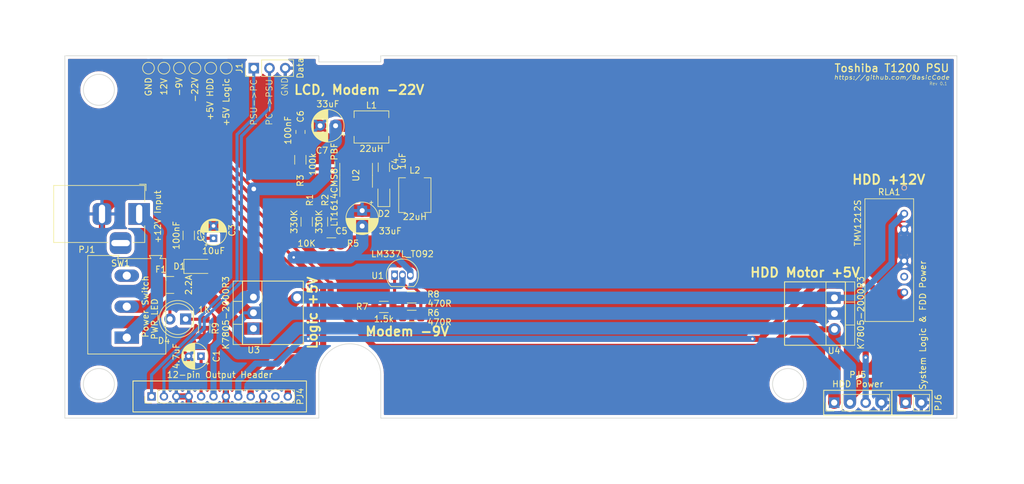
<source format=kicad_pcb>
(kicad_pcb (version 20211014) (generator pcbnew)
  (layers (0 "F.Cu" signal) (31 "B.Cu" signal) (34 "B.Paste" user) (35 "F.Paste" user) (36 "B.SilkS" user "B.Silkscreen") (37 "F.SilkS" user "F.Silkscreen") (38 "B.Mask" user) (39 "F.Mask" user) (44 "Edge.Cuts" user))
  (net 0 "")
  (net 1 "Net-(C1-Pad1)")
  (net 2 "GND")
  (net 3 "+5V")
  (net 4 "-9V")
  (net 6 "+12V")
  (net 7 "Net-(C4-Pad1)")
  (net 8 "Net-(C4-Pad2)")
  (net 9 "Net-(PJ1-Pad1)")
  (net 10 "Net-(F1-Pad1)")
  (net 11 "Net-(R3-Pad2)")
  (net 12 "Net-(R6-Pad2)")
  (net 15 "Net-(R1-Pad2)")
  (net 16 "-22V")
  (net 17 "+5V_HDD")
  (net 19 "VCC")
  (net 20 "Net-(J1-Pad2)")
  (net 21 "Net-(J1-Pad1)")
  (net 22 "Net-(D4-Pad1)")
  (net 23 "Net-(C6-Pad1)")
  (footprint "Capacitor_THT:CP_Radial_D5.0mm_P2.50mm" (layer "F.Cu") (at 60 37 -90)
    (fp_text reference "C5" (at 3.3 3.345) (layer "F.SilkS"))
    (fp_text value "33uF" (at 3.3 -4.52) (layer "F.SilkS"))
    (pad "1" thru_hole rect (at 0 0 270) (size 1.6 1.6) (drill 0.8) (layers *.Cu *.Mask) (net 2 "GND"))
    (pad "2" thru_hole circle (at 2.5 0 270) (size 1.6 1.6) (drill 0.8) (layers *.Cu *.Mask) (net 16 "-22V"))
  )
  (footprint "Resistor_SMD:R_1206_3216Metric" (layer "F.Cu") (at 50.02 28.8 -90)
    (fp_text reference "R3" (at 3.365 0 90) (layer "F.SilkS"))
    (fp_text value "100k" (at 0.727064 -2 90) (layer "F.SilkS"))
    (pad "1" smd roundrect (at -1.4625 0 270) (size 1.125 1.75) (layers "F.Cu" "F.Paste" "F.Mask") (roundrect_rratio 0.2222222222) (net 23 "Net-(C6-Pad1)"))
    (pad "2" smd roundrect (at 1.4625 0 270) (size 1.125 1.75) (layers "F.Cu" "F.Paste" "F.Mask") (roundrect_rratio 0.2222222222) (net 11 "Net-(R3-Pad2)"))
  )
  (footprint "Resistor_SMD:R_1206_3216Metric" (layer "F.Cu") (at 34.5 56 -90)
    (fp_text reference "R9" (at 0 -1.82 -90) (layer "F.SilkS"))
    (fp_text value "1K" (at -3 0) (layer "F.SilkS"))
    (pad "1" smd roundrect (at -1.4625 0 270) (size 1.125 1.75) (layers "F.Cu" "F.Paste" "F.Mask") (roundrect_rratio 0.2222222222) (net 22 "Net-(D4-Pad1)"))
    (pad "2" smd roundrect (at 1.4625 0 270) (size 1.125 1.75) (layers "F.Cu" "F.Paste" "F.Mask") (roundrect_rratio 0.2222222222) (net 2 "GND"))
  )
  (footprint "TerminalBlock:TerminalBlock_Altech_AK300-3_P5.00mm" (layer "F.Cu") (at 22 57.5 90)
    (fp_text reference "SW1" (at 12 -1) (layer "F.SilkS"))
    (fp_text value "Power Switch" (at 5 3 90) (layer "F.SilkS"))
    (pad "1" thru_hole rect (at 0 0 90) (size 1.98 3.96) (drill 1.32) (layers *.Cu *.Mask) (net 9 "Net-(PJ1-Pad1)"))
    (pad "2" thru_hole oval (at 5 0 90) (size 1.98 3.96) (drill 1.32) (layers *.Cu *.Mask) (net 10 "Net-(F1-Pad1)"))
    (pad "3" thru_hole oval (at 10 0 90) (size 1.98 3.96) (drill 1.32) (layers *.Cu *.Mask))
  )
  (footprint "Resistor_SMD:R_1206_3216Metric" (layer "F.Cu") (at 68 54 180)
    (fp_text reference "R6" (at -3.5 0.5) (layer "F.SilkS"))
    (fp_text value "470R" (at -4.5 -1) (layer "F.SilkS"))
    (pad "1" smd roundrect (at -1.4625 0 180) (size 1.125 1.75) (layers "F.Cu" "F.Paste" "F.Mask") (roundrect_rratio 0.2222222222) (net 4 "-9V"))
    (pad "2" smd roundrect (at 1.4625 0 180) (size 1.125 1.75) (layers "F.Cu" "F.Paste" "F.Mask") (roundrect_rratio 0.2222222222) (net 12 "Net-(R6-Pad2)"))
  )
  (footprint "LED_THT:LED_D5.0mm" (layer "F.Cu") (at 31.5 54.5 180)
    (fp_text reference "D4" (at 3.5 -3.5) (layer "F.SilkS"))
    (fp_text value "PWR_LED" (at 5 0 90) (layer "F.SilkS"))
    (pad "1" thru_hole rect (at 0 0 180) (size 1.8 1.8) (drill 0.9) (layers *.Cu *.Mask) (net 22 "Net-(D4-Pad1)"))
    (pad "2" thru_hole circle (at 2.54 0 180) (size 1.8 1.8) (drill 0.9) (layers *.Cu *.Mask) (net 19 "VCC"))
  )
  (footprint "Diode_SMD:D_0805_2012Metric_Pad1.15x1.40mm_HandSolder" (layer "F.Cu") (at 63.5 34.5 90)
    (fp_text reference "D2" (at -3 0 180) (layer "F.SilkS"))
    (fp_text value "D_Schottky")
    (pad "1" smd roundrect (at -1.025 0 90) (size 1.15 1.4) (layers "F.Cu" "F.Paste" "F.Mask") (roundrect_rratio 0.2173913043) (net 2 "GND"))
    (pad "2" smd roundrect (at 1.025 0 90) (size 1.15 1.4) (layers "F.Cu" "F.Paste" "F.Mask") (roundrect_rratio 0.2173913043) (net 8 "Net-(C4-Pad2)"))
  )
  (footprint "text_only:text_only" (layer "F.Cu") (at 145.5 13)
    (fp_text reference "T2")
    (fp_text value "Toshiba T1200 PSU" (at 0 1 unlocked) (layer "F.SilkS") (effects (font (size 1.25 1.25) (thickness 0.2))))
  )
  (footprint "Capacitor_SMD:C_1206_3216Metric" (layer "F.Cu") (at 63.5 30 -90)
    (fp_text reference "C4" (at -0.5 -1.85 90) (layer "F.SilkS"))
    (fp_text value "1uF" (at -1 -3 90) (layer "F.SilkS"))
    (pad "1" smd roundrect (at -1.475 0 270) (size 1.15 1.8) (layers "F.Cu" "F.Paste" "F.Mask") (roundrect_rratio 0.2173913043) (net 7 "Net-(C4-Pad1)"))
    (pad "2" smd roundrect (at 1.475 0 270) (size 1.15 1.8) (layers "F.Cu" "F.Paste" "F.Mask") (roundrect_rratio 0.2173913043) (net 8 "Net-(C4-Pad2)"))
  )
  (footprint "text_only:text_only" (layer "F.Cu") (at 153 15.5)
    (fp_text reference "T1")
    (fp_text value "Rev 0.1" (at 0 1 unlocked) (layer "F.SilkS") (effects (font (size 0.5 0.5) (thickness 0.05))))
  )
  (footprint "Capacitor_THT:CP_Radial_D4.0mm_P2.00mm" (layer "F.Cu") (at 33.9726 60.5 180)
    (fp_text reference "C1" (at -2.5 0 90) (layer "F.SilkS"))
    (fp_text value "4.7uF" (at 3.9726 0 90) (layer "F.SilkS"))
    (pad "1" thru_hole rect (at 0 0 180) (size 1.2 1.2) (drill 0.6) (layers *.Cu *.Mask) (net 1 "Net-(C1-Pad1)"))
    (pad "2" thru_hole circle (at 2 0 180) (size 1.2 1.2) (drill 0.6) (layers *.Cu *.Mask) (net 2 "GND"))
  )
  (footprint "Connector_PinHeader_2.00mm:PinHeader_1x12_P2.00mm_Vertical" (layer "F.Cu") (at 26 67 90)
    (fp_text reference "PJ4" (at 0 24 270) (layer "F.SilkS"))
    (fp_text value "12-pin Output Header" (at 3.5 11 180) (layer "F.SilkS"))
    (pad "1" thru_hole rect (at 0 0 90) (size 1.35 1.35) (drill 0.8) (layers *.Cu *.Mask) (net 21 "Net-(J1-Pad1)"))
    (pad "2" thru_hole oval (at 0 2 90) (size 1.35 1.35) (drill 0.8) (layers *.Cu *.Mask) (net 20 "Net-(J1-Pad2)"))
    (pad "3" thru_hole oval (at 0 4 90) (size 1.35 1.35) (drill 0.8) (layers *.Cu *.Mask) (net 2 "GND"))
    (pad "4" thru_hole oval (at 0 6 90) (size 1.35 1.35) (drill 0.8) (layers *.Cu *.Mask) (net 2 "GND"))
    (pad "5" thru_hole oval (at 0 8 90) (size 1.35 1.35) (drill 0.8) (layers *.Cu *.Mask) (net 1 "Net-(C1-Pad1)"))
    (pad "6" thru_hole oval (at 0 10 90) (size 1.35 1.35) (drill 0.8) (layers *.Cu *.Mask) (net 3 "+5V"))
    (pad "7" thru_hole oval (at 0 12 90) (size 1.35 1.35) (drill 0.8) (layers *.Cu *.Mask) (net 2 "GND"))
    (pad "8" thru_hole oval (at 0 14 90) (size 1.35 1.35) (drill 0.8) (layers *.Cu *.Mask) (net 6 "+12V"))
    (pad "9" thru_hole oval (at 0 16 90) (size 1.35 1.35) (drill 0.8) (layers *.Cu *.Mask) (net 4 "-9V"))
    (pad "10" thru_hole oval (at 0 18 90) (size 1.35 1.35) (drill 0.8) (layers *.Cu *.Mask) (net 2 "GND"))
    (pad "11" thru_hole oval (at 0 20 90) (size 1.35 1.35) (drill 0.8) (layers *.Cu *.Mask))
    (pad "12" thru_hole oval (at 0 22 90) (size 1.35 1.35) (drill 0.8) (layers *.Cu *.Mask) (net 16 "-22V"))
  )
  (footprint "TestPoint:TestPoint_Pad_D1.5mm" (layer "F.Cu") (at 28 14)
    (fp_text reference "TP1" hide)
    (fp_text value "12V" (at 0 3 90) (layer "F.SilkS"))
    (pad "1" smd circle (at 0 0) (size 1.5 1.5) (layers "F.Cu" "F.Mask") (net 6 "+12V"))
  )
  (footprint "TestPoint:TestPoint_Pad_D1.5mm" (layer "F.Cu") (at 33 14)
    (fp_text reference "TP4" hide)
    (fp_text value "-22V" (at 0 3.5 90) (layer "F.SilkS"))
    (pad "1" smd circle (at 0 0) (size 1.5 1.5) (layers "F.Cu" "F.Mask") (net 16 "-22V"))
  )
  (footprint "TestPoint:TestPoint_Pad_D1.5mm" (layer "F.Cu") (at 35.55 14)
    (fp_text reference "TP2" hide)
    (fp_text value "+5V HDD" (at -0.1 5 90) (layer "F.SilkS"))
    (pad "1" smd circle (at 0 0) (size 1.5 1.5) (layers "F.Cu" "F.Mask") (net 17 "+5V_HDD"))
  )
  (footprint "Connector_BarrelJack:BarrelJack_Horizontal" (layer "F.Cu") (at 24 37.5425)
    (fp_text reference "PJ1" (at -8.45 5.75) (layer "F.SilkS"))
    (fp_text value "+12V Input" (at 3 0.4575 90) (layer "F.SilkS"))
    (pad "1" thru_hole rect (at 0 0) (size 3.5 3.5) (drill oval 1 3) (layers *.Cu *.Mask) (net 9 "Net-(PJ1-Pad1)"))
    (pad "2" thru_hole roundrect (at -6 0) (size 3 3.5) (drill oval 1 3) (layers *.Cu *.Mask) (net 2 "GND"))
    (pad "3" thru_hole roundrect (at -3 4.7) (size 3.5 3.5) (drill oval 3 1) (layers *.Cu *.Mask))
  )
  (footprint "text_only:text_only" (layer "F.Cu") (at 145.5 14.5)
    (fp_text reference "T3")
    (fp_text value "https://github.com/BasicCode" (at 0 1 unlocked) (layer "F.SilkS") (effects (font (size 0.67 0.8) (thickness 0.1) italic)))
  )
  (footprint "TMH1212S:TMH1212S" (layer "F.Cu") (at 147.5 37.5 -90)
    (fp_text reference "RLA1" (at -3.5 2.413 180) (layer "F.SilkS"))
    (fp_text value "TMV1212S" (at 1.5 7.5 90) (layer "F.SilkS"))
    (pad "1" thru_hole circle locked (at 0 0 270) (size 1.27 1.27) (drill 0.762) (layers *.Cu *.Mask) (net 19 "VCC"))
    (pad "2" thru_hole circle locked (at 2.54 0 270) (size 1.27 1.27) (drill 0.762) (layers *.Cu *.Mask) (net 2 "GND"))
    (pad "4" thru_hole circle locked (at 7.62 0 270) (size 1.27 1.27) (drill 0.762) (layers *.Cu *.Mask) (net 2 "GND"))
    (pad "5" thru_hole circle locked (at 10.16 0 270) (size 1.27 1.27) (drill 0.762) (layers *.Cu *.Mask))
    (pad "6" thru_hole circle locked (at 12.7 0 270) (size 1.27 1.27) (drill 0.762) (layers *.Cu *.Mask) (net 6 "+12V"))
  )
  (footprint "Connector_PinHeader_2.54mm:PinHeader_1x02_P2.54mm_Vertical" (layer "F.Cu") (at 147.725 68 90)
    (fp_text reference "PJ6" (at 0 5.275 270) (layer "F.SilkS"))
    (fp_text value "System Logic & FDD Power" (at 12.5 2.775 90) (layer "F.SilkS"))
    (pad "1" thru_hole rect (at 0 0 90) (size 1.7 1.7) (drill 1) (layers *.Cu *.Mask) (net 3 "+5V"))
    (pad "2" thru_hole oval (at 0 2.54 90) (size 1.7 1.7) (drill 1) (layers *.Cu *.Mask) (net 2 "GND"))
  )
  (footprint "inductor_custom:L_5.3x5.0_H3" (layer "F.Cu") (at 68.5 34.5 -90)
    (fp_text reference "L2" (at -4 0) (layer "F.SilkS"))
    (fp_text value "22uH" (at 3.5 0) (layer "F.SilkS"))
    (pad "1" smd rect (at -2.2 0 270) (size 1.5 2.4) (layers "F.Cu" "F.Paste" "F.Mask") (net 8 "Net-(C4-Pad2)"))
    (pad "2" smd rect (at 2.2 0 270) (size 1.5 2.4) (layers "F.Cu" "F.Paste" "F.Mask") (net 16 "-22V"))
  )
  (footprint "Resistor_SMD:R_1206_3216Metric" (layer "F.Cu") (at 63.5 52.55125 180)
    (fp_text reference "R7" (at 3.5 0.05125) (layer "F.SilkS"))
    (fp_text value "1.5k" (at 0 -1.94875) (layer "F.SilkS"))
    (pad "1" smd roundrect (at -1.4625 0 180) (size 1.125 1.75) (layers "F.Cu" "F.Paste" "F.Mask") (roundrect_rratio 0.2222222222) (net 12 "Net-(R6-Pad2)"))
    (pad "2" smd roundrect (at 1.4625 0 180) (size 1.125 1.75) (layers "F.Cu" "F.Paste" "F.Mask") (roundrect_rratio 0.2222222222) (net 2 "GND"))
  )
  (footprint "Package_TO_SOT_THT:TO-92_Inline" (layer "F.Cu") (at 65.23 47.41125)
    (fp_text reference "U1" (at -2.73 0.08875) (layer "F.SilkS"))
    (fp_text value "LM337L_TO92" (at 1.27 -3.41125) (layer "F.SilkS"))
    (pad "1" thru_hole rect (at 0 0) (size 1.05 1.5) (drill 0.75) (layers *.Cu *.Mask) (net 12 "Net-(R6-Pad2)"))
    (pad "2" thru_hole oval (at 1.27 0) (size 1.05 1.5) (drill 0.75) (layers *.Cu *.Mask) (net 4 "-9V"))
    (pad "3" thru_hole oval (at 2.54 0) (size 1.05 1.5) (drill 0.75) (layers *.Cu *.Mask) (net 16 "-22V"))
  )
  (footprint "Resistor_SMD:R_1206_3216Metric" (layer "F.Cu") (at 68 51 180)
    (fp_text reference "R8" (at -3.5 0.5) (layer "F.SilkS"))
    (fp_text value "470R" (at -4.5 -1) (layer "F.SilkS"))
    (pad "1" smd roundrect (at -1.4625 0 180) (size 1.125 1.75) (layers "F.Cu" "F.Paste" "F.Mask") (roundrect_rratio 0.2222222222) (net 4 "-9V"))
    (pad "2" smd roundrect (at 1.4625 0 180) (size 1.125 1.75) (layers "F.Cu" "F.Paste" "F.Mask") (roundrect_rratio 0.2222222222) (net 12 "Net-(R6-Pad2)"))
  )
  (footprint "Resistor_SMD:R_1206_3216Metric" (layer "F.Cu") (at 51.04 38.8 -90)
    (fp_text reference "R1" (at -3.5 -0.5 90) (layer "F.SilkS"))
    (fp_text value "330K" (at 0 -2 90) (layer "F.SilkS"))
    (pad "1" smd roundrect (at -1.4625 0 270) (size 1.125 1.75) (layers "F.Cu" "F.Paste" "F.Mask") (roundrect_rratio 0.2222222222) (net 2 "GND"))
    (pad "2" smd roundrect (at 1.4625 0 270) (size 1.125 1.75) (layers "F.Cu" "F.Paste" "F.Mask") (roundrect_rratio 0.2222222222) (net 15 "Net-(R1-Pad2)"))
  )
  (footprint "Diode_SMD:D_1206_3216Metric" (layer "F.Cu") (at 33.5 46)
    (fp_text reference "D1" (at -3 0) (layer "F.SilkS"))
    (fp_text value "D")
    (pad "1" smd roundrect (at -1.4 0) (size 1.25 1.75) (layers "F.Cu" "F.Paste" "F.Mask") (roundrect_rratio 0.2) (net 19 "VCC"))
    (pad "2" smd roundrect (at 1.4 0) (size 1.25 1.75) (layers "F.Cu" "F.Paste" "F.Mask") (roundrect_rratio 0.2) (net 2 "GND"))
  )
  (footprint "Capacitor_SMD:C_0805_2012Metric" (layer "F.Cu") (at 50.04 24.3 90)
    (fp_text reference "C6" (at 2.5 0 90) (layer "F.SilkS"))
    (fp_text value "100nF" (at 0.261252 -2.02 90) (layer "F.SilkS"))
    (pad "1" smd roundrect (at -0.95 0 90) (size 1 1.45) (layers "F.Cu" "F.Paste" "F.Mask") (net 23 "Net-(C6-Pad1)"))
    (pad "2" smd roundrect (at 0.95 0 90) (size 1 1.45) (layers "F.Cu" "F.Paste" "F.Mask") (net 2 "GND"))
  )
  (footprint "Capacitor_SMD:C_1206_3216Metric" (layer "F.Cu") (at 32 41 90)
    (fp_text reference "C2" (at 0 2 90) (layer "F.SilkS"))
    (fp_text value "100nF" (at 0 -2 90) (layer "F.SilkS"))
    (pad "1" smd roundrect (at -1.475 0 90) (size 1.15 1.8) (layers "F.Cu" "F.Paste" "F.Mask") (roundrect_rratio 0.2173913043) (net 19 "VCC"))
    (pad "2" smd roundrect (at 1.475 0 90) (size 1.15 1.8) (layers "F.Cu" "F.Paste" "F.Mask") (roundrect_rratio 0.2173913043) (net 2 "GND"))
  )
  (footprint "Package_TO_SOT_THT:TO-220-3_Vertical" (layer "F.Cu") (at 42.445 56.04 90)
    (fp_text reference "U3" (at -3.46 0.055) (layer "F.SilkS"))
    (fp_text value "K7805-2000R3" (at 2.54 -4.445 90) (layer "F.SilkS"))
    (pad "1" thru_hole rect (at 0 0 90) (size 1.905 2) (drill 1.1) (layers *.Cu *.Mask) (net 19 "VCC"))
    (pad "2" thru_hole oval (at 2.54 0 90) (size 1.905 2) (drill 1.1) (layers *.Cu *.Mask) (net 2 "GND"))
    (pad "3" thru_hole oval (at 5.08 0 90) (size 1.905 2) (drill 1.1) (layers *.Cu *.Mask) (net 3 "+5V"))
  )
  (footprint "Connector_PinHeader_2.54mm:PinHeader_1x04_P2.54mm_Vertical" (layer "F.Cu") (at 136.2 68 90)
    (fp_text reference "PJ5" (at 4.5 3.8 180) (layer "F.SilkS"))
    (fp_text value "HDD Power" (at 3 3.8) (layer "F.SilkS"))
    (pad "1" thru_hole rect (at 0 0 90) (size 1.7 1.7) (drill 1) (layers *.Cu *.Mask) (net 17 "+5V_HDD"))
    (pad "2" thru_hole oval (at 0 2.54 90) (size 1.7 1.7) (drill 1) (layers *.Cu *.Mask) (net 3 "+5V"))
    (pad "3" thru_hole oval (at 0 5.08 90) (size 1.7 1.7) (drill 1) (layers *.Cu *.Mask) (net 6 "+12V"))
    (pad "4" thru_hole oval (at 0 7.62 90) (size 1.7 1.7) (drill 1) (layers *.Cu *.Mask) (net 2 "GND"))
  )
  (footprint "Connector_PinHeader_2.54mm:PinHeader_1x03_P2.54mm_Vertical" (layer "F.Cu") (at 42.5 14 90)
    (fp_text reference "J1" (at 0 -2.33 90) (layer "F.SilkS"))
    (fp_text value "Data" (at 0 7.5 270) (layer "F.SilkS"))
    (pad "1" thru_hole rect (at 0 0 90) (size 1.7 1.7) (drill 1) (layers *.Cu *.Mask) (net 21 "Net-(J1-Pad1)"))
    (pad "2" thru_hole oval (at 0 2.54 90) (size 1.7 1.7) (drill 1) (layers *.Cu *.Mask) (net 20 "Net-(J1-Pad2)"))
    (pad "3" thru_hole oval (at 0 5.08 90) (size 1.7 1.7) (drill 1) (layers *.Cu *.Mask) (net 2 "GND"))
  )
  (footprint "TestPoint:TestPoint_Pad_D1.5mm" (layer "F.Cu") (at 30.5 14)
    (fp_text reference "TP5" hide)
    (fp_text value "-9V" (at -0.05 3 90) (layer "F.SilkS"))
    (pad "1" smd circle (at 0 0) (size 1.5 1.5) (layers "F.Cu" "F.Mask") (net 4 "-9V"))
  )
  (footprint "Capacitor_THT:CP_Radial_D4.0mm_P2.00mm" (layer "F.Cu") (at 36 41.4726 90)
    (fp_text reference "C3" (at 1.28 3 90) (layer "F.SilkS"))
    (fp_text value "10uF" (at -2.0274 0) (layer "F.SilkS"))
    (pad "1" thru_hole rect (at 0 0 90) (size 1.2 1.2) (drill 0.6) (layers *.Cu *.Mask) (net 19 "VCC"))
    (pad "2" thru_hole circle (at 2 0 90) (size 1.2 1.2) (drill 0.6) (layers *.Cu *.Mask) (net 2 "GND"))
  )
  (footprint "Fuse:Fuse_1210_3225Metric" (layer "F.Cu") (at 29 49)
    (fp_text reference "F1" (at -1.5 -2.5) (layer "F.SilkS"))
    (fp_text value "2.2A" (at 3 0 90) (layer "F.SilkS"))
    (pad "1" smd roundrect (at -1.4 0) (size 1.25 2.65) (layers "F.Cu" "F.Paste" "F.Mask") (roundrect_rratio 0.2) (net 10 "Net-(F1-Pad1)"))
    (pad "2" smd roundrect (at 1.4 0) (size 1.25 2.65) (layers "F.Cu" "F.Paste" "F.Mask") (roundrect_rratio 0.2) (net 19 "VCC"))
  )
  (footprint "Resistor_SMD:R_1206_3216Metric" (layer "F.Cu") (at 53.52 38.8 -90)
    (fp_text reference "R2" (at -3.5 -0.5 90) (layer "F.SilkS"))
    (fp_text value "330K" (at 0 4.5 90) (layer "F.SilkS"))
    (pad "1" smd roundrect (at -1.4625 0 270) (size 1.125 1.75) (layers "F.Cu" "F.Paste" "F.Mask") (roundrect_rratio 0.2222222222) (net 2 "GND"))
    (pad "2" smd roundrect (at 1.4625 0 270) (size 1.125 1.75) (layers "F.Cu" "F.Paste" "F.Mask") (roundrect_rratio 0.2222222222) (net 15 "Net-(R1-Pad2)"))
  )
  (footprint "Package_TO_SOT_THT:TO-220-3_Vertical" (layer "F.Cu") (at 136.24 51.08 -90)
    (fp_text reference "U4" (at 8.54 0.055) (layer "F.SilkS"))
    (fp_text value "K7805-2000R3" (at 2.42 -4.26 90) (layer "F.SilkS"))
    (pad "1" thru_hole rect (at 0 0 270) (size 1.905 2) (drill 1.1) (layers *.Cu *.Mask) (net 19 "VCC"))
    (pad "2" thru_hole oval (at 2.54 0 270) (size 1.905 2) (drill 1.1) (layers *.Cu *.Mask) (net 2 "GND"))
    (pad "3" thru_hole oval (at 5.08 0 270) (size 1.905 2) (drill 1.1) (layers *.Cu *.Mask) (net 17 "+5V_HDD"))
  )
  (footprint "Resistor_SMD:R_1206_3216Metric" (layer "F.Cu") (at 55.02 42.3)
    (fp_text reference "R5" (at 3.5 0) (layer "F.SilkS"))
    (fp_text value "10K" (at -4 0) (layer "F.SilkS"))
    (pad "1" smd roundrect (at -1.4625 0) (size 1.125 1.75) (layers "F.Cu" "F.Paste" "F.Mask") (roundrect_rratio 0.2222222222) (net 15 "Net-(R1-Pad2)"))
    (pad "2" smd roundrect (at 1.4625 0) (size 1.125 1.75) (layers "F.Cu" "F.Paste" "F.Mask") (roundrect_rratio 0.2222222222) (net 16 "-22V"))
  )
  (footprint "TestPoint:TestPoint_Pad_D1.5mm" (layer "F.Cu") (at 38.05 14)
    (fp_text reference "TP3" hide)
    (fp_text value "+5V Logic" (at 0 5.5 90) (layer "F.SilkS"))
    (pad "1" smd circle (at 0 0) (size 1.5 1.5) (layers "F.Cu" "F.Mask") (net 3 "+5V"))
  )
  (footprint "Capacitor_THT:CP_Radial_D5.0mm_P2.50mm" (layer "F.Cu") (at 55.705113 23.3 180)
    (fp_text reference "C7" (at 2.185113 -4) (layer "F.SilkS"))
    (fp_text value "33uF" (at 1.25 3.5) (layer "F.SilkS"))
    (pad "1" thru_hole rect (at 0 0 180) (size 1.6 1.6) (drill 0.8) (layers *.Cu *.Mask) (net 3 "+5V"))
    (pad "2" thru_hole circle (at 2.5 0 180) (size 1.6 1.6) (drill 0.8) (layers *.Cu *.Mask) (net 2 "GND"))
  )
  (footprint "TestPoint:TestPoint_Pad_D1.5mm" (layer "F.Cu") (at 25.5 14)
    (fp_text reference "TP6" hide)
    (fp_text value "GND" (at 0 3 90) (layer "F.SilkS"))
    (pad "1" smd circle (at 0 0) (size 1.5 1.5) (layers "F.Cu" "F.Mask") (net 2 "GND"))
  )
  (footprint "Package_SO:SSOP-8_3.9x5.05mm_P1.27mm" (layer "F.Cu") (at 59.02 31.3 90)
    (fp_text reference "U2" (at 0 -0.02 90) (layer "F.SilkS"))
    (fp_text value "LT1614CMS8-PBF" (at -1.5 -3.52 90) (layer "F.SilkS"))
    (pad "1" smd roundrect (at -2.675 -1.905 90) (size 1.55 0.6) (layers "F.Cu" "F.Paste" "F.Mask") (net 15 "Net-(R1-Pad2)"))
    (pad "2" smd roundrect (at -2.675 -0.635 90) (size 1.55 0.6) (layers "F.Cu" "F.Paste" "F.Mask") (net 11 "Net-(R3-Pad2)"))
    (pad "3" smd roundrect (at -2.675 0.635 90) (size 1.55 0.6) (layers "F.Cu" "F.Paste" "F.Mask") (net 3 "+5V"))
    (pad "4" smd roundrect (at -2.675 1.905 90) (size 1.55 0.6) (layers "F.Cu" "F.Paste" "F.Mask") (net 2 "GND"))
    (pad "5" smd roundrect (at 2.675 1.905 90) (size 1.55 0.6) (layers "F.Cu" "F.Paste" "F.Mask") (net 7 "Net-(C4-Pad1)"))
    (pad "6" smd roundrect (at 2.675 0.635 90) (size 1.55 0.6) (layers "F.Cu" "F.Paste" "F.Mask") (net 3 "+5V"))
    (pad "7" smd roundrect (at 2.675 -0.635 90) (size 1.55 0.6) (layers "F.Cu" "F.Paste" "F.Mask"))
    (pad "8" smd roundrect (at 2.675 -1.905 90) (size 1.55 0.6) (layers "F.Cu" "F.Paste" "F.Mask"))
  )
  (footprint "inductor_custom:L_5.3x5.0_H3" (layer "F.Cu") (at 61.5 23.5)
    (fp_text reference "L1" (at 0 -3.5) (layer "F.SilkS"))
    (fp_text value "22uH" (at 0 3.5) (layer "F.SilkS"))
    (pad "1" smd rect (at -2.2 0) (size 1.5 2.4) (layers "F.Cu" "F.Paste" "F.Mask") (net 3 "+5V"))
    (pad "2" smd rect (at 2.2 0) (size 1.5 2.4) (layers "F.Cu" "F.Paste" "F.Mask") (net 7 "Net-(C4-Pad1)"))
  )
  (gr_rect (start 128.184 58.74) (end 138 48.5) (layer "F.SilkS") (width 0.15) (fill none))
  (gr_rect (start 145.5 66) (end 152 70) (layer "F.SilkS") (width 0.15) (fill none))
  (gr_rect (start 40.685 58.62) (end 50.5 48.38) (layer "F.SilkS") (width 0.15) (fill none))
  (gr_rect (start 23 69.5) (end 51 64.5) (layer "F.SilkS") (width 0.15) (fill none))
  (gr_rect (start 134.5 70) (end 145.5 66) (layer "F.SilkS") (width 0.15) (fill none))
  (gr_line (start 53 63.5) (end 53 70.5) (layer "Edge.Cuts") (width 0.1))
  (gr_line (start 12 70.5) (end 53 70.5) (layer "Edge.Cuts") (width 0.1))
  (gr_line (start 63 63.5) (end 63 70.5) (layer "Edge.Cuts") (width 0.1))
  (gr_circle (center 128.75 65) (end 128.75 67.5) (layer "Edge.Cuts") (width 0.1) (fill none))
  (gr_line (start 156 12) (end 156 70.5) (layer "Edge.Cuts") (width 0.1))
  (gr_line (start 53 12) (end 53 13) (layer "Edge.Cuts") (width 0.1))
  (gr_line (start 63 12) (end 156 12) (layer "Edge.Cuts") (width 0.1))
  (gr_line (start 53 13) (end 63 13) (layer "Edge.Cuts") (width 0.1))
  (gr_circle (center 17.5 65) (end 17.5 67.5) (layer "Edge.Cuts") (width 0.1) (fill none))
  (gr_line (start 63 13) (end 63 12) (layer "Edge.Cuts") (width 0.1))
  (gr_circle (center 17.5 17.5) (end 17.5 15) (layer "Edge.Cuts") (width 0.1) (fill none))
  (gr_arc (start 53 63.5) (mid 58 58.5) (end 63 63.5) (layer "Edge.Cuts") (width 0.1))
  (gr_line (start 156 70.5) (end 63 70.5) (layer "Edge.Cuts") (width 0.1))
  (gr_line (start 12 70.5) (end 12 12) (layer "Edge.Cuts") (width 0.1))
  (gr_line (start 12 12) (end 53 12) (layer "Edge.Cuts") (width 0.1))
  (gr_text "HDD +12V" (at 145 32) (layer "F.SilkS") (effects (font (size 1.5 1.5) (thickness 0.3))))
  (gr_text "HDD Motor +5V" (at 131.5 47) (layer "F.SilkS") (effects (font (size 1.5 1.5) (thickness 0.3))))
  (gr_text "GND" (at 47.5 17 90) (layer "F.SilkS") (effects (font (size 1 1) (thickness 0.1))))
  (gr_text "Logic +5V" (at 52 53.5 90) (layer "F.SilkS") (effects (font (size 1.5 1.5) (thickness 0.3))))
  (gr_text "PSU->PC" (at 42.5 19.5 90) (layer "F.SilkS") (effects (font (size 1 1) (thickness 0.1))))
  (gr_text "LCD, Modem -22V" (at 59.52 17.5) (layer "F.SilkS") (effects (font (size 1.5 1.5) (thickness 0.3))))
  (gr_text "Modem -9V" (at 67.272936 56.5) (layer "F.SilkS") (effects (font (size 1.5 1.5) (thickness 0.3))))
  (gr_text "PC->PSU" (at 45 19.5 90) (layer "F.SilkS") (effects (font (size 1 1) (thickness 0.1))))
  (segment (start 34 60.5274) (end 33.9726 60.5) (width 0.5) (layer "F.Cu") (net 1))
  (segment (start 34 67) (end 34 60.5274) (width 0.5) (layer "F.Cu") (net 1))
  (segment (start 63.5 35.82) (end 63.5 35.67452) (width 2) (layer "F.Cu") (net 2))
  (segment (start 38 68) (end 37 69) (width 1) (layer "F.Cu") (net 2))
  (segment (start 53.52 37.3375) (end 51.04 37.3375) (width 2) (layer "F.Cu") (net 2))
  (segment (start 31.9726 66.9726) (end 32 67) (width 0.5) (layer "F.Cu") (net 2))
  (segment (start 39.19952 45.80048) (end 35.09952 45.80048) (width 2) (layer "F.Cu") (net 2))
  (segment (start 25.5 34) (end 21 34) (width 2) (layer "F.Cu") (net 2))
  (segment (start 60 37) (end 61.30048 35.69952) (width 2) (layer "F.Cu") (net 2))
  (segment (start 21 34) (end 18 37) (width 2) (layer "F.Cu") (net 2))
  (segment (start 38 68) (end 38 67) (width 1) (layer "F.Cu") (net 2))
  (segment (start 41.5 53.5) (end 42.445 53.5) (width 2) (layer "F.Cu") (net 2))
  (segment (start 44 67) (end 44 68) (width 1) (layer "F.Cu") (net 2))
  (segment (start 30 67) (end 32 67) (width 1) (layer "F.Cu") (net 2))
  (segment (start 60 37) (end 62.32 37) (width 2) (layer "F.Cu") (net 2))
  (segment (start 39.19952 51.19952) (end 41.5 53.5) (width 2) (layer "F.Cu") (net 2))
  (segment (start 57.2 37) (end 56.8625 37.3375) (width 2) (layer "F.Cu") (net 2))
  (segment (start 53.205113 23.3) (end 50.09 23.3) (width 2) (layer "F.Cu") (net 2))
  (segment (start 32 39.525) (end 33.75192 39.525) (width 2) (layer "F.Cu") (net 2))
  (segment (start 61.30048 34.01952) (end 61.25596 33.975) (width 2) (layer "F.Cu") (net 2))
  (segment (start 24 55) (end 20.5 55) (width 1) (layer "F.Cu") (net 2))
  (segment (start 60 37) (end 57.2 37) (width 2) (layer "F.Cu") (net 2))
  (segment (start 32 37) (end 29 34) (width 2) (layer "F.Cu") (net 2))
  (segment (start 50.09 23.3) (end 50.04 23.35) (width 2) (layer "F.Cu") (net 2))
  (segment (start 35.09952 45.80048) (end 34.9 46) (width 2) (layer "F.Cu") (net 2))
  (segment (start 56.8625 37.3375) (end 53.52 37.3375) (width 2) (layer "F.Cu") (net 2))
  (segment (start 39.19952 41.19952) (end 37.4726 39.4726) (width 2) (layer "F.Cu") (net 2))
  (segment (start 44 68) (end 43 69) (width 1) (layer "F.Cu") (net 2))
  (segment (start 37.4726 39.4726) (end 36 39.4726) (width 2) (layer "F.Cu") (net 2))
  (segment (start 38 61.928378) (end 35.071622 59) (width 1) (layer "F.Cu") (net 2))
  (segment (start 39.19952 41.19952) (end 39.19952 45.80048) (width 2) (layer "F.Cu") (net 2))
  (segment (start 36 39.4726) (end 33.80432 39.4726) (width 2) (layer "F.Cu") (net 2))
  (segment (start 35.071622 59) (end 28 59) (width 1) (layer "F.Cu") (net 2))
  (segment (start 25.5 14) (end 25.5 34) (width 1) (layer "F.Cu") (net 2))
  (segment (start 38 67) (end 38 61.928378) (width 1) (layer "F.Cu") (net 2))
  (segment (start 18 37) (end 18 37.5425) (width 2) (layer "F.Cu") (net 2))
  (segment (start 32 39.525) (end 32 37) (width 2) (layer "F.Cu") (net 2))
  (segment (start 43 69) (end 39 69) (width 1) (layer "F.Cu") (net 2))
  (segment (start 32 68) (end 32 67) (width 1) (layer "F.Cu") (net 2))
  (segment (start 61.25596 33.975) (end 61.15452 33.975) (width 2) (layer "F.Cu") (net 2))
  (segment (start 28 59) (end 24 55) (width 1) (layer "F.Cu") (net 2))
  (segment (start 31.9726 60.5) (end 31.9726 66.9726) (width 0.5) (layer "F.Cu") (net 2))
  (segment (start 39 69) (end 38 68) (width 1) (layer "F.Cu") (net 2))
  (segment (start 33.80432 39.4726) (end 33.75192 39.525) (width 2) (layer "F.Cu") (net 2))
  (segment (start 62.32 37) (end 63.5 35.82) (width 2) (layer "F.Cu") (net 2))
  (segment (start 61.30048 35.69952) (end 61.30048 34.01952) (width 2) (layer "F.Cu") (net 2))
  (segment (start 39.19952 45.80048) (end 39.19952 51.19952) (width 2) (layer "F.Cu") (net 2))
  (segment (start 29 34) (end 25.5 34) (width 2) (layer "F.Cu") (net 2))
  (segment (start 37 69) (end 33 69) (width 1) (layer "F.Cu") (net 2))
  (segment (start 20.5 55) (end 18 52.5) (width 1) (layer "F.Cu") (net 2))
  (segment (start 18 52.5) (end 18 37.5425) (width 1) (layer "F.Cu") (net 2))
  (segment (start 60.9825 34.0325) (end 60.925 33.975) (width 0.25) (layer "F.Cu") (net 2))
  (segment (start 33 69) (end 32 68) (width 1) (layer "F.Cu") (net 2))
  (segment (start 143.82 68) (end 143.82 56.82) (width 2) (layer "B.Cu") (net 2))
  (segment (start 147.5 45.12) (end 147.5 40.04) (width 1) (layer "B.Cu") (net 2))
  (segment (start 138.88 53.62) (end 136.24 53.62) (width 2) (layer "B.Cu") (net 2))
  (segment (start 140.38 53.62) (end 138.88 53.62) (width 2) (layer "B.Cu") (net 2))
  (segment (start 42.445 53.5) (end 44 53.5) (width 2) (layer "B.Cu") (net 2))
  (segment (start 47 53.5) (end 47.12 53.62) (width 2) (layer "B.Cu") (net 2))
  (segment (start 45.5 53.5) (end 42.445 53.5) (width 2) (layer "B.Cu") (net 2))
  (segment (start 143.82 56.82) (end 150.265 63.265) (width 2) (layer "B.Cu") (net 2))
  (segment (start 143.82 56.82) (end 140.5 53.5) (width 2) (layer "B.Cu") (net 2))
  (segment (start 147.5 45.12) (end 139 53.62) (width 1) (layer "B.Cu") (net 2))
  (segment (start 140.5 53.5) (end 140.38 53.62) (width 2) (layer "B.Cu") (net 2))
  (segment (start 18 37.5425) (end 18 37) (width 2) (layer "B.Cu") (net 2))
  (segment (start 150.265 63.265) (end 150.265 68) (width 2) (layer "B.Cu") (net 2))
  (segment (start 47 53.5) (end 45.5 53.5) (width 2) (layer "B.Cu") (net 2))
  (segment (start 47.12 53.62) (end 136.24 53.62) (width 2) (layer "B.Cu") (net 2))
  (segment (start 139 53.62) (end 138.88 53.62) (width 1) (layer "B.Cu") (net 2))
  (segment (start 138.74 68) (end 138.74 66.76) (width 2) (layer "F.Cu") (net 3))
  (segment (start 140.5 65) (end 146 65) (width 2) (layer "F.Cu") (net 3))
  (segment (start 147.725 66.725) (end 147.725 68) (width 2) (layer "F.Cu") (net 3))
  (segment (start 59.655 33.975) (end 59.655 28.625) (width 0.5) (layer "F.Cu") (net 3))
  (segment (start 59.655 24.405) (end 59.655 28.625) (width 1) (layer "F.Cu") (net 3))
  (segment (start 58.55 23.3) (end 58.75 23.5) (width 2) (layer "F.Cu") (net 3))
  (segment (start 38.05 27.45) (end 38.05 14) (width 0.5) (layer "F.Cu") (net 3))
  (segment (start 38 27.5) (end 38.05 27.45) (width 0.5) (layer "F.Cu") (net 3))
  (segment (start 138.74 66.76) (end 140.5 65) (width 2) (layer "F.Cu") (net 3))
  (segment (start 55.705113 23.3) (end 58.55 23.3) (width 2) (layer "F.Cu") (net 3))
  (segment (start 146 65) (end 147.725 66.725) (width 2) (layer "F.Cu") (net 3))
  (segment (start 38 29) (end 38 27.5) (width 0.5) (layer "F.Cu") (net 3))
  (segment (start 40.5 31.5) (end 42.5 33.5) (width 0.5) (layer "F.Cu") (net 3))
  (segment (start 58.75 23.5) (end 59.655 24.405) (width 1) (layer "F.Cu") (net 3))
  (segment (start 40.5 31.5) (end 38 29) (width 0.5) (layer "F.Cu") (net 3))
  (via (at 42.5 33.5) (size 1) (drill 0.75) (layers "F.Cu" "B.Cu") (net 3))
  (segment (start 52 33.5) (end 42.5 33.5) (width 2) (layer "B.Cu") (net 3))
  (segment (start 55.705113 23.3) (end 55.705113 25.794887) (width 2) (layer "B.Cu") (net 3))
  (segment (start 132.5 56) (end 49.5 56) (width 2) (layer "B.Cu") (net 3))
  (segment (start 37.5 57.5) (end 37.5 54.5) (width 2) (layer "B.Cu") (net 3))
  (segment (start 45.5 60) (end 40 60) (width 2) (layer "B.Cu") (net 3))
  (segment (start 138.74 62.24) (end 132.5 56) (width 2) (layer "B.Cu") (net 3))
  (segment (start 49.5 56) (end 45.5 60) (width 2) (layer "B.Cu") (net 3))
  (segment (start 54 27.5) (end 54 31.5) (width 2) (layer "B.Cu") (net 3))
  (segment (start 36 59) (end 37.5 57.5) (width 1) (layer "B.Cu") (net 3))
  (segment (start 55.705113 25.794887) (end 54 27.5) (width 2) (layer "B.Cu") (net 3))
  (segment (start 138.74 68) (end 138.74 62.24) (width 2) (layer "B.Cu") (net 3))
  (segment (start 40 60) (end 37.5 57.5) (width 2) (layer "B.Cu") (net 3))
  (segment (start 36 67) (end 36 59) (width 1) (layer "B.Cu") (net 3))
  (segment (start 37.5 54.5) (end 41.04 50.96) (width 2) (layer "B.Cu") (net 3))
  (segment (start 42.445 50.96) (end 42.445 33.445) (width 2) (layer "B.Cu") (net 3))
  (segment (start 41.04 50.96) (end 42.445 50.96) (width 2) (layer "B.Cu") (net 3))
  (segment (start 54 31.5) (end 52 33.5) (width 2) (layer "B.Cu") (net 3))
  (segment (start 68.5 49.5) (end 67.33875 49.5) (width 0.5) (layer "F.Cu") (net 4))
  (segment (start 30.5 27.803623) (end 30.5 14) (width 0.5) (layer "F.Cu") (net 4))
  (segment (start 52.5 49.803622) (end 51.848189 49.151811) (width 1) (layer "F.Cu") (net 4))
  (segment (start 69.4625 54) (end 69.4625 51) (width 0.5) (layer "F.Cu") (net 4))
  (segment (start 48 59.5) (end 51.5 59.5) (width 1) (layer "F.Cu") (net 4))
  (segment (start 51.5 59.5) (end 52.5 58.5) (width 1) (layer "F.Cu") (net 4))
  (segment (start 42 65.5) (end 48 59.5) (width 1) (layer "F.Cu") (net 4))
  (segment (start 51.848189 49.151811) (end 51.598189 48.901812) (width 1) (layer "F.Cu") (net 4))
  (segment (start 48.848188 46.151812) (end 30.5 27.803623) (width 0.5) (layer "F.Cu") (net 4))
  (segment (start 69.4625 51) (end 69.4625 50.4625) (width 0.5) (layer "F.Cu") (net 4))
  (segment (start 66.5 48.66125) (end 66.5 47.41125) (width 0.5) (layer "F.Cu") (net 4))
  (segment (start 42 67) (end 42 65.5) (width 1) (layer "F.Cu") (net 4))
  (segment (start 67.33875 49.5) (end 66.5 48.66125) (width 0.5) (layer "F.Cu") (net 4))
  (segment (start 52.5 58.5) (end 52.5 49.803622) (width 1) (layer "F.Cu") (net 4))
  (segment (start 51.598189 48.901812) (end 48.848188 46.151812) (width 0.5) (layer "F.Cu") (net 4))
  (segment (start 69.4625 50.4625) (end 68.5 49.5) (width 0.5) (layer "F.Cu") (net 4))
  (via (at 51.848189 49.151811) (size 0.8) (drill 0.4) (layers "F.Cu" "B.Cu") (net 4))
  (segment (start 66.5 48.815272) (end 66.5 47.41125) (width 1) (layer "B.Cu") (net 4))
  (segment (start 51.848189 49.151811) (end 66.163461 49.151811) (width 1) (layer "B.Cu") (net 4))
  (segment (start 66.163461 49.151811) (end 66.5 48.815272) (width 1) (layer "B.Cu") (net 4))
  (segment (start 147.5 50.2) (end 143.2 50.2) (width 1) (layer "F.Cu") (net 6))
  (segment (start 141 48) (end 134 48) (width 1) (layer "F.Cu") (net 6))
  (segment (start 28 27) (end 28 14) (width 0.5) (layer "F.Cu") (net 6))
  (segment (start 143.2 50.2) (end 141 48) (width 1) (layer "F.Cu") (net 6))
  (segment (start 51.30048 50.30048) (end 28 27) (width 0.5) (layer "F.Cu") (net 6))
  (segment (start 51.30048 57.69952) (end 51.30048 50.30048) (width 0.5) (layer "F.Cu") (net 6))
  (segment (start 141.28 56.42) (end 147.5 50.2) (width 1) (layer "F.Cu") (net 6))
  (segment (start 123 57.69952) (end 124.30048 57.69952) (width 1) (layer "F.Cu") (net 6))
  (segment (start 124.30048 57.69952) (end 134 48) (width 1) (layer "F.Cu") (net 6))
  (segment (start 141.28 60.72) (end 141.28 56.42) (width 1) (layer "F.Cu") (net 6))
  (via (at 123 57.69952) (size 0.8) (drill 0.4) (layers "F.Cu" "B.Cu") (net 6))
  (via (at 141.28 60.72) (size 0.8) (drill 0.4) (layers "F.Cu" "B.Cu") (net 6))
  (via (at 51.30048 57.69952) (size 0.8) (drill 0.4) (layers "F.Cu" "B.Cu") (net 6))
  (segment (start 40 64.5) (end 42.80048 61.69952) (width 1) (layer "B.Cu") (net 6))
  (segment (start 50.30048 57.69952) (end 51.30048 57.69952) (width 1) (layer "B.Cu") (net 6))
  (segment (start 43.5 61.69952) (end 46.30048 61.69952) (width 1) (layer "B.Cu") (net 6))
  (segment (start 141.28 68) (end 141.28 60.72) (width 1) (layer "B.Cu") (net 6))
  (segment (start 50 58) (end 50.30048 57.69952) (width 1) (layer "B.Cu") (net 6))
  (segment (start 40 67) (end 40 64.5) (width 1) (layer "B.Cu") (net 6))
  (segment (start 65 57.69952) (end 123 57.69952) (width 1) (layer "B.Cu") (net 6))
  (segment (start 51.30048 57.69952) (end 65 57.69952) (width 1) (layer "B.Cu") (net 6))
  (segment (start 42.80048 61.69952) (end 43.5 61.69952) (width 1) (layer "B.Cu") (net 6))
  (segment (start 46.30048 61.69952) (end 50 58) (width 1) (layer "B.Cu") (net 6))
  (segment (start 63.5 23.7) (end 63.7 23.5) (width 2) (layer "F.Cu") (net 7))
  (segment (start 63.5 28.525) (end 61.35452 28.525) (width 2) (layer "F.Cu") (net 7))
  (segment (start 61.35452 28.525) (end 61.35452 28.625) (width 2) (layer "F.Cu") (net 7))
  (segment (start 63.5 28.525) (end 63.5 23.7) (width 2) (layer "F.Cu") (net 7))
  (segment (start 63.5 33.475) (end 63.5 31.475) (width 2) (layer "F.Cu") (net 8))
  (segment (start 63.5 31.475) (end 68.225 31.475) (width 2) (layer "F.Cu") (net 8))
  (segment (start 68.225 31.475) (end 68.5 31.75) (width 2) (layer "F.Cu") (net 8))
  (segment (start 25.17952 38.72202) (end 25.22202 38.72202) (width 2) (layer "B.Cu") (net 9))
  (segment (start 25.22202 38.72202) (end 27 40.5) (width 2) (layer "B.Cu") (net 9))
  (segment (start 24 37.5425) (end 25.17952 38.72202) (width 2) (layer "B.Cu") (net 9))
  (segment (start 27 40.5) (end 26.860489 40.639511) (width 2) (layer "B.Cu") (net 9))
  (segment (start 26.860489 40.639511) (end 26.860489 52.639511) (width 2) (layer "B.Cu") (net 9))
  (segment (start 26.860489 52.639511) (end 22 57.5) (width 2) (layer "B.Cu") (net 9))
  (segment (start 25 52.5) (end 22 52.5) (width 2) (layer "F.Cu") (net 10))
  (segment (start 27.6 49) (end 27.6 49.9) (width 2) (layer "F.Cu") (net 10))
  (segment (start 27.6 49.9) (end 25 52.5) (width 2) (layer "F.Cu") (net 10))
  (segment (start 56.4825 30.2625) (end 58.385 32.165) (width 0.5) (layer "F.Cu") (net 11))
  (segment (start 58.385 32.165) (end 58.385 33.975) (width 0.5) (layer "F.Cu") (net 11))
  (segment (start 50.02 30.2625) (end 56.4825 30.2625) (width 0.5) (layer "F.Cu") (net 11))
  (segment (start 64.9625 52.55125) (end 66.5375 52.55125) (width 0.5) (layer "F.Cu") (net 12))
  (segment (start 65.23 52.28375) (end 65.23 47.41125) (width 0.5) (layer "F.Cu") (net 12))
  (segment (start 64.9625 52.55125) (end 65.23 52.28375) (width 0.5) (layer "F.Cu") (net 12))
  (segment (start 66.5375 52.55125) (end 66.5375 51) (width 0.5) (layer "F.Cu") (net 12))
  (segment (start 66.5375 52.55125) (end 66.5375 54) (width 0.5) (layer "F.Cu") (net 12))
  (segment (start 53.52 40.2625) (end 51.04 40.2625) (width 2) (layer "F.Cu") (net 15))
  (segment (start 49.02 39.3) (end 49.9825 40.2625) (width 0.5) (layer "F.Cu") (net 15))
  (segment (start 50.02 35.8) (end 49.02 36.8) (width 0.5) (layer "F.Cu") (net 15))
  (segment (start 49.9825 40.2625) (end 51.04 40.2625) (width 0.5) (layer "F.Cu") (net 15))
  (segment (start 53.5575 42.3) (end 53.5575 40.3) (width 2) (layer "F.Cu") (net 15))
  (segment (start 49.02 36.8) (end 49.02 39.3) (width 0.5) (layer "F.Cu") (net 15))
  (segment (start 57.115 33.975) (end 57.115 34.705) (width 0.5) (layer "F.Cu") (net 15))
  (segment (start 53.5575 40.3) (end 53.52 40.2625) (width 2) (layer "F.Cu") (net 15))
  (segment (start 57.115 34.705) (end 56.02 35.8) (width 0.5) (layer "F.Cu") (net 15))
  (segment (start 56.02 35.8) (end 50.02 35.8) (width 0.5) (layer "F.Cu") (net 15))
  (segment (start 66.32 39.5) (end 60 39.5) (width 2) (layer "F.Cu") (net 16))
  (segment (start 53.699519 49.306764) (end 52.095046 47.702292) (width 1) (layer "F.Cu") (net 16))
  (segment (start 68.5 37.32) (end 66.32 39.5) (width 2) (layer "F.Cu") (net 16))
  (segment (start 33 28.607246) (end 33 14) (width 0.5) (layer "F.Cu") (net 16))
  (segment (start 57.32 39.5) (end 60 39.5) (width 2) (layer "F.Cu") (net 16))
  (segment (start 48.946377 44.553623) (end 33 28.607246) (width 0.5) (layer "F.Cu") (net 16))
  (segment (start 56.4825 40.3375) (end 57.32 39.5) (width 2) (layer "F.Cu") (net 16))
  (segment (start 53.69952 58.996857) (end 53.699519 49.306764) (width 1) (layer "F.Cu") (net 16))
  (segment (start 48 61.5) (end 48.80048 60.69952) (width 1) (layer "F.Cu") (net 16))
  (segment (start 56.4825 42.3) (end 56.4825 40.3375) (width 2) (layer "F.Cu") (net 16))
  (segment (start 52.095046 47.702292) (end 48.946377 44.553623) (width 1) (layer "F.Cu") (net 16))
  (segment (start 48 67) (end 48 61.5) (width 1) (layer "F.Cu") (net 16))
  (segment (start 51.996858 60.69952) (end 53.69952 58.996857) (width 1) (layer "F.Cu") (net 16))
  (segment (start 68.5 37.25) (end 68.5 37.32) (width 2) (layer "F.Cu") (net 16))
  (segment (start 48.80048 60.69952) (end 51.996858 60.69952) (width 1) (layer "F.Cu") (net 16))
  (via (at 48.946377 44.553623) (size 0.8) (drill 0.4) (layers "F.Cu" "B.Cu") (net 16))
  (segment (start 67.77 46.724518) (end 65.599105 44.553623) (width 1) (layer "B.Cu") (net 16))
  (segment (start 57.946377 44.553623) (end 48.946377 44.553623) (width 2) (layer "B.Cu") (net 16))
  (segment (start 60 39.5) (end 60 42.5) (width 2) (layer "B.Cu") (net 16))
  (segment (start 67.77 47.41125) (end 67.77 46.724518) (width 1) (layer "B.Cu") (net 16))
  (segment (start 65.599105 44.553623) (end 57.946377 44.553623) (width 1) (layer "B.Cu") (net 16))
  (segment (start 60 42.5) (end 57.946377 44.553623) (width 2) (layer "B.Cu") (net 16))
  (segment (start 136.24 56.16) (end 136.24 67.96) (width 2) (layer "F.Cu") (net 17))
  (segment (start 54.899039 48.809907) (end 54.899039 51.899039) (width 1) (layer "F.Cu") (net 17))
  (segment (start 35.55 29.460868) (end 54.899039 48.809907) (width 0.5) (layer "F.Cu") (net 17))
  (segment (start 136.24 67.96) (end 136.2 68) (width 2) (layer "F.Cu") (net 17))
  (segment (start 35.55 14) (end 35.55 29.460868) (width 0.5) (layer "F.Cu") (net 17))
  (segment (start 54.899039 51.899039) (end 62 59) (width 1) (layer "F.Cu") (net 17))
  (segment (start 62 59) (end 126 59) (width 1) (layer "F.Cu") (net 17))
  (segment (start 128.84 56.16) (end 136.24 56.16) (width 1) (layer "F.Cu") (net 17))
  (segment (start 126 59) (end 128.84 56.16) (width 1) (layer "F.Cu") (net 17))
  (segment (start 48 52.5) (end 49.5 51) (width 2) (layer "F.Cu") (net 19))
  (segment (start 28.96 54.5) (end 28.96 53.04) (width 0.5) (layer "F.Cu") (net 19))
  (segment (start 32 49) (end 32 46.1) (width 2) (layer "F.Cu") (net 19))
  (segment (start 28.96 53.04) (end 30.4 51.6) (width 0.5) (layer "F.Cu") (net 19))
  (segment (start 32 46.1) (end 32.1 46) (width 2) (layer "F.Cu") (net 19))
  (segment (start 32 45.9) (end 32.1 46) (width 0.5) (layer "F.Cu") (net 19))
  (segment (start 42.445 56.04) (end 40.54 56.04) (width 2) (layer "F.Cu") (net 19))
  (segment (start 33.0024 41.4726) (end 32 42.475) (width 0.5) (layer "F.Cu") (net 19))
  (segment (start 30.4 51.6) (end 30.4 49) (width 0.5) (layer "F.Cu") (net 19))
  (segment (start 32 42.475) (end 32 45.9) (width 0.5) (layer "F.Cu") (net 19))
  (segment (start 32 49) (end 30.4 49) (width 2) (layer "F.Cu") (net 19))
  (segment (start 44.46 56.04) (end 48 52.5) (width 2) (layer "F.Cu") (net 19))
  (segment (start 33.5 49) (end 32 49) (width 2) (layer "F.Cu") (net 19))
  (segment (start 36 41.4726) (end 33.0024 41.4726) (width 0.5) (layer "F.Cu") (net 19))
  (segment (start 42.445 56.04) (end 44.46 56.04) (width 2) (layer "F.Cu") (net 19))
  (segment (start 40.54 56.04) (end 33.5 49) (width 2) (layer "F.Cu") (net 19))
  (via (at 49.5 51) (size 1.5) (drill 1.25) (layers "F.Cu" "B.Cu") (net 19))
  (segment (start 139.843622 51.08) (end 136.24 51.08) (width 1) (layer "B.Cu") (net 19))
  (segment (start 145.461811 45.461811) (end 139.843622 51.08) (width 1) (layer "B.Cu") (net 19))
  (segment (start 145.461811 39.538189) (end 145.461811 45.461811) (width 1) (layer "B.Cu") (net 19))
  (segment (start 55 51) (end 49.5 51) (width 2) (layer "B.Cu") (net 19))
  (segment (start 147.5 37.5) (end 145.461811 39.538189) (width 1) (layer "B.Cu") (net 19))
  (segment (start 136.24 51.08) (end 55.08 51.08) (width 2) (layer "B.Cu") (net 19))
  (segment (start 55.08 51.08) (end 55 51) (width 2) (layer "B.Cu") (net 19))
  (segment (start 28 62.5) (end 34.5 56) (width 0.5) (layer "B.Cu") (net 20))
  (segment (start 34.5 56) (end 34.5 54.5) (width 0.5) (layer "B.Cu") (net 20))
  (segment (start 40.5 25) (end 45.04 20.46) (width 0.5) (layer "B.Cu") (net 20))
  (segment (start 34.5 54.5) (end 40.5 48.5) (width 0.5) (layer "B.Cu") (net 20))
  (segment (start 45.04 20.46) (end 45.04 14) (width 0.5) (layer "B.Cu") (net 20))
  (segment (start 28 67) (end 28 62.5) (width 0.5) (layer "B.Cu") (net 20))
  (segment (start 40.5 48.5) (end 40.5 25) (width 0.5) (layer "B.Cu") (net 20))
  (segment (start 39.800481 24.710249) (end 42.5 22.01073) (width 0.5) (layer "B.Cu") (net 21))
  (segment (start 39.80048 48.21025) (end 39.800481 24.710249) (width 0.5) (layer "B.Cu") (net 21))
  (segment (start 33.800481 54.210249) (end 39.80048 48.21025) (width 0.5) (layer "B.Cu") (net 21))
  (segment (start 33.80048 55.71025) (end 33.800481 54.210249) (width 0.5) (layer "B.Cu") (net 21))
  (segment (start 26 63.51073) (end 33.80048 55.71025) (width 0.5) (layer "B.Cu") (net 21))
  (segment (start 42.5 22.01073) (end 42.5 14) (width 0.5) (layer "B.Cu") (net 21))
  (segment (start 26 67) (end 26 63.51073) (width 0.5) (layer "B.Cu") (net 21))
  (segment (start 34.5 54.5375) (end 31.5375 54.5375) (width 0.5) (layer "F.Cu") (net 22))
  (segment (start 31.5375 54.5375) (end 31.5 54.5) (width 0.5) (layer "F.Cu") (net 22))
  (segment (start 50.04 27.3175) (end 50.02 27.3375) (width 0.5) (layer "F.Cu") (net 23))
  (segment (start 50.04 25.25) (end 50.04 27.3175) (width 0.5) (layer "F.Cu") (net 23))
  (zone (net 2) (net_name "GND") (layer "F.Cu") (connect_pads (clearance 0.508)) (min_thickness 0.254) (fill yes (thermal_gap 0.508) (thermal_bridge_width 0.508))
    (polygon (pts (xy 156 70.5) (xy 12 70.5) (xy 12 12) (xy 156 12)))
  )
  (zone (net 2) (net_name "GND") (layer "B.Cu") (connect_pads (clearance 0.508)) (min_thickness 0.254) (fill yes (thermal_gap 0.508) (thermal_bridge_width 0.508))
    (polygon (pts (xy 156 70.5) (xy 12 70.5) (xy 12 12) (xy 156 12)))
  )
)
</source>
